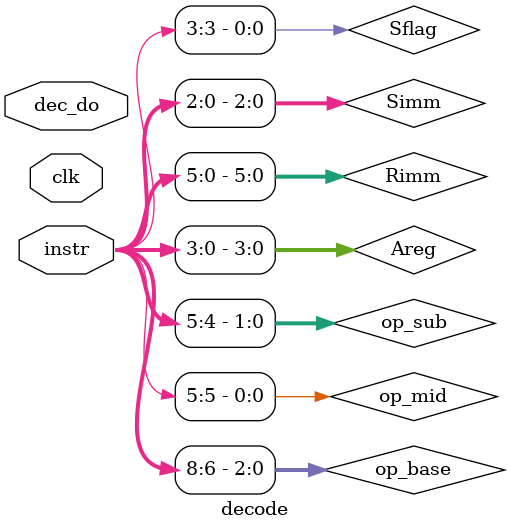
<source format=sv>
`define ACC 15

module decode(
    input clk, 
    input logic dec_do, 
    input logic[8:0] instr, 
    ucodeop ucode);

    logic [2:0] op_base;
    logic op_mid;
    logic [1:0] op_sub;

    assign op_base = instr[8:6];
    assign op_mid = instr[5];
    assign op_sub = instr[5:4];

    logic [3:0] Areg;
    logic [5:0] Rimm;
    logic [2:0] Simm;
    logic  Sflag;

    assign Areg = instr[3:0];
    assign Rimm = instr[5:0];
    assign Simm = instr[2:0];
    assign Sflag = instr[3];

    always_ff @(posedge clk) begin
        if(dec_do) begin
            ucode.PortAReg <= 0;
            ucode.PortBReg <= 0;
            ucode.PortAWriteEnable <= 0;
            ucode.ALUOp <= 0;
            ucode.ALUUsePortBImm <= 0;
            ucode.ALUShiftDirection <= 0;
            ucode.JumpOnZero <= 0;
            ucode.ExJump <= 0;
            ucode.InUseALU <= 0;
            ucode.InUseRF <= 0;
            ucode.InUseDMEM <= 0;
            ucode.InUseImm <= 0;
            ucode.OutRFWrite <= 0;
            ucode.OutDMWrite <= 0;
            ucode.Immediate <= 0;
            ucode.SignalDone <= 0;

            case (op_base)
                3'b111: begin
                    if(op_mid) begin // NOP / DONE depending on S-immediate
                        if(Simm == 3'b111)
                            ucode.SignalDone <= 1;
                        // Otherwise NOP

                    end else begin // SSB
                        ucode.ALUOp <= SSB;
                        ucode.ALUUsePortBImm <= 1;
                        
                        ucode.Immediate <= {5'b0, Simm};
                        
                        ucode.PortAReg <= `ACC;
                        ucode.PortAWriteEnable <= 1;
                        
                        ucode.InUseALU <= 1;
                        ucode.OutRFWrite <= 1;
                    end
                end

                3'b100: begin // MUI
                    ucode.Immediate <= {2'b0, Rimm};

                    ucode.PortAReg <= `ACC;
                    ucode.PortAWriteEnable <= 1;

                    ucode.InUseImm <= 1;
                    ucode.OutRFWrite <= 1;

                end

                3'b101: begin // MSI
                    ucode.Immediate <= {Rimm[5], Rimm[5], Rimm};

                    ucode.PortAReg <= `ACC;
                    ucode.PortAWriteEnable <= 1;

                    ucode.InUseImm <= 1;
                    ucode.OutRFWrite <= 1;
                end

                3'b110: begin // JZ/JNZ
                    ucode.ExJump <= 1;
                    ucode.PortAReg <= `ACC;
                    ucode.JumpOnZero <= !Rimm[5]; 

                    ucode.Immediate <= {3'b000, Rimm[4:0]};
                end

                3'b000: begin // ADD / SUB / XORM / ANDM
                    case(op_sub)
                        2'b00: begin // ADD
                            ucode.ALUOp <= ADD;
                            ucode.ALUUsePortBImm <= 0;

                            ucode.PortAReg <= `ACC;
                            ucode.PortAWriteEnable <= 1;

                            ucode.PortBReg <= Areg;

                            ucode.InUseALU <= 1;
                            ucode.OutRFWrite <= 1;
                        end
                        2'b01: begin // SUB
                            ucode.ALUOp <= SUB;
                            ucode.ALUUsePortBImm <= 0;

                            ucode.PortAReg <= `ACC;
                            ucode.PortAWriteEnable <= 1;

                            ucode.PortBReg <= Areg;

                            ucode.InUseALU <= 1;
                            ucode.OutRFWrite <= 1;
                        end
                        2'b10: begin // XORM
                            ucode.ALUOp <= XORMT;
                            ucode.ALUUsePortBImm <= 0;

                            ucode.PortAReg <= `ACC;
                            ucode.PortAWriteEnable <= 1;

                            ucode.PortBReg <= Areg;

                            ucode.InUseALU <= 1;
                            ucode.OutRFWrite <= 1;
                        end
                        2'b11: begin // ANDM
                            ucode.ALUOp <= ANDMT;
                            ucode.ALUUsePortBImm <= 0;

                            ucode.PortAReg <= `ACC;
                            ucode.PortAWriteEnable <= 1;

                            ucode.PortBReg <= Areg;

                            ucode.InUseALU <= 1;
                            ucode.OutRFWrite <= 1;
                        end
                    endcase
                end

                3'b001: begin // XOR  / AND / OR
                    case(op_sub)
                        2'b00: begin // XOR
                            ucode.ALUOp <= XOR;
                            ucode.ALUUsePortBImm <= 0;

                            ucode.PortAReg <= `ACC;
                            ucode.PortAWriteEnable <= 1;

                            ucode.PortBReg <= Areg;

                            ucode.InUseALU <= 1;
                            ucode.OutRFWrite <= 1;
                        end
                        2'b01: begin // AND
                            ucode.ALUOp <= AND;
                            ucode.ALUUsePortBImm <= 0;

                            ucode.PortAReg <= `ACC;
                            ucode.PortAWriteEnable <= 1;

                            ucode.PortBReg <= Areg;

                            ucode.InUseALU <= 1;
                            ucode.OutRFWrite <= 1;
                        end
                        2'b10: begin // OR
                            ucode.ALUOp <= OR;
                            ucode.ALUUsePortBImm <= 0;

                            ucode.PortAReg <= `ACC;
                            ucode.PortAWriteEnable <= 1;

                            ucode.PortBReg <= Areg;

                            ucode.InUseALU <= 1;
                            ucode.OutRFWrite <= 1;
                        end
                        default:;
                    endcase
                            
                end

                3'b010: begin // SHL / SHR / SLR
                    case(op_sub)
                        2'b10: begin // SHL/SHR
                            ucode.ALUOp <= SHIFT;
                            ucode.ALUUsePortBImm <= 1;
                            ucode.ALUShiftDirection <= Sflag;

                            ucode.PortAReg <= `ACC;
                            ucode.PortAWriteEnable <= 1;

                            ucode.InUseALU <= 1;
                            ucode.OutRFWrite <= 1;
                            ucode.OutRFWrite <= 1;
                            ucode.Immediate <= {5'b0, Simm};
                        end
                        2'b11: begin // SLR
                            ucode.ALUOp <= SHIFT;
                            ucode.ALUUsePortBImm <= 0;
                            ucode.ALUShiftDirection <= 0;

                            ucode.PortAReg <= `ACC;
                            ucode.PortAWriteEnable <= 1;

                            ucode.PortBReg <= Areg;

                            ucode.InUseALU <= 1;
                            ucode.OutRFWrite <= 1;
                        end
                        default:;
                    endcase
                end

                3'b011: begin // LD / ST / MOV
                    case(op_sub)
                        2'b00: begin // LD
                            ucode.PortAReg <= Areg;
                            
                            ucode.InUseDMEM <= 1;
                            ucode.OutRFWrite <= 1;
                        end
                        2'b01: begin // ST
                            ucode.PortAReg <= Areg;
                            ucode.PortBReg <= `ACC;

                            ucode.ALUOp <= PASSB;

                            ucode.InUseALU <= 1;
                            ucode.OutDMWrite <= 1;
                        end
                        2'b10: begin // MOV X, ACC
                            ucode.PortAReg <= Areg;
                            ucode.PortBReg <= `ACC;
                            
                            ucode.ALUOp <= PASSB;

                            ucode.InUseALU <= 1;
                            ucode.OutRFWrite <= 1;
                        end
                        2'b11: begin // MOV ACC, X
                            ucode.PortAReg <= `ACC;
                            ucode.PortBReg <= Areg;
                            
                            ucode.ALUOp <= PASSB;

                            ucode.InUseALU <= 1;
                            ucode.OutRFWrite <= 1;
                        end
                    endcase
                end
            endcase
        end
    end



endmodule
</source>
